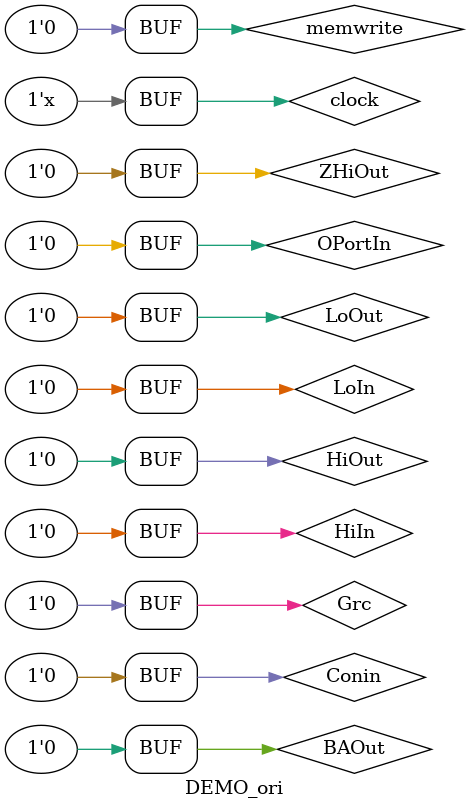
<source format=v>
`timescale 1ns/10ps
module DEMO_ori();

reg clock, clear;
reg [3:0] present_state;

reg HiIn, LoIn, ZIn, PCIn, MDRIn, MARIn, YIn, OPortIn, IRIn;
initial {HiIn, LoIn, ZIn, PCIn, MDRIn, MARIn, YIn, OPortIn, IRIn} = 0;
reg HiOut, LoOut, ZHiOut, ZLoOut, PCOut, MDROut, IPortOut, COut;
initial {HiOut, LoOut, ZHiOut, ZLoOut, PCOut, MDROut, IPortOut, COut} = 0;

reg [31:0] IPortInput = 0;

reg Gra, Grb, Grc, RIn, ROut, BAOut;
initial {Gra, Grb, Grc, RIn, ROut, BAOut} = 0;

reg Conin = 0;
wire ConOut;

reg memread = 0, memwrite = 0;
reg [4:0] ALUCode = 0;
reg initMem = 0;

DataPath dp(
	clock, clear, 
	HiIn, LoIn, ZIn, PCIn, MDRIn, MARIn, YIn, OPortIn, IRIn,
	HiOut, LoOut, ZHiOut, ZLoOut, PCOut, MDROut, IPortOut, COut,
	IPortInput,
	Gra, Grb, Grc, RIn, ROut, BAOut,
	Conin, ConOut,
	memread, memwrite, 
	ALUCode,
	initMem
);


//states and clock control:
parameter init1 = 4'd1, init2 = 4'd2, init3 = 4'd3, T0 = 4'd4, T1 = 4'd5, T2 = 4'd6, T3 = 4'd7, T4 = 4'd8, T5 = 4'd9, T6 = 4'd10, T7 = 4'd11;//can add more states here
initial begin clock = 0; present_state = 4'd0; end
always #10 clock = ~clock;
always @ (negedge clock) present_state = present_state + 1;



always @(present_state) begin
	case(present_state)
		init1: begin //Preload Register with value
			initMem = 1;
			IPortInput = 32'bxxxxx_0110_xxxx_0000000000000011111;//32'bxxxxx_register_xxxx_value
			IPortOut = 1;
			IRIn = 1;
			#15 IRIn = 0; IPortOut = 0; initMem = 0;
		end
		init2: begin
			Gra = 1;
			RIn = 1;
			COut = 1;
			#15 Gra = 0; RIn = 0; COut = 0;
		end
		init3: begin
			PCIn = 1;
			IPortInput = 32'd333;//preload PC with instruction memory location
			IPortOut = 1;
			#15 PCIn = 0; IPortOut = 0;
		end
		T0: begin
			PCOut = 1; MARIn = 1; ALUCode = 5'b11111; ZIn = 1;
			#15 PCOut = 0; MARIn = 0; ALUCode = 5'b0; ZIn = 0;
		end
		T1: begin
			ZLoOut = 1; PCIn = 1; memread = 1; MDRIn = 1;
			#15 ZLoOut = 0; PCIn = 0; memread = 0; MDRIn = 0;
		end
		T2: begin
			MDROut = 1; IRIn = 1;
			#15 MDROut = 0; IRIn = 0;
		end
		T3: begin
			Grb = 1; ROut = 1; YIn = 1;
			#15 Grb = 0; ROut = 0; YIn = 0;
		end
		T4: begin
			COut = 1; ALUCode = 5'b00110; ZIn = 1;
			#15 COut = 0; ZIn = 0;
		end
		T5: begin
			ZLoOut = 1; Gra = 1; RIn = 1;
			#15 ZLoOut = 0; Gra = 0; RIn = 0;
		end
		T6: begin

		end
		T7: begin

		end
	endcase
end
endmodule 
</source>
